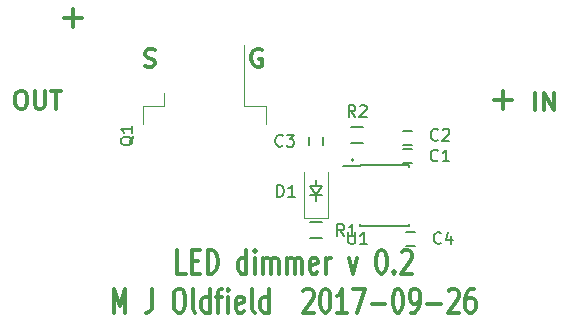
<source format=gto>
G04 #@! TF.FileFunction,Legend,Top*
%FSLAX46Y46*%
G04 Gerber Fmt 4.6, Leading zero omitted, Abs format (unit mm)*
G04 Created by KiCad (PCBNEW 4.0.7) date Tuesday, 26 September 2017 'PMt' 23:25:46*
%MOMM*%
%LPD*%
G01*
G04 APERTURE LIST*
%ADD10C,0.100000*%
%ADD11C,0.200000*%
%ADD12C,0.300000*%
%ADD13C,0.150000*%
%ADD14C,0.120000*%
G04 APERTURE END LIST*
D10*
D11*
X150425000Y-106350000D02*
G75*
G03X150425000Y-106350000I-100000J0D01*
G01*
X147250000Y-108525000D02*
X147250000Y-108000000D01*
X147225000Y-109275000D02*
X147225000Y-109775000D01*
X146775000Y-109275000D02*
X147725000Y-109275000D01*
X146775000Y-108575000D02*
X146800000Y-108550000D01*
X147250000Y-109275000D02*
X146775000Y-108575000D01*
X147725000Y-108550000D02*
X147250000Y-109275000D01*
X146750000Y-108525000D02*
X147725000Y-108550000D01*
D12*
X122150000Y-100478571D02*
X122435714Y-100478571D01*
X122578572Y-100550000D01*
X122721429Y-100692857D01*
X122792857Y-100978571D01*
X122792857Y-101478571D01*
X122721429Y-101764286D01*
X122578572Y-101907143D01*
X122435714Y-101978571D01*
X122150000Y-101978571D01*
X122007143Y-101907143D01*
X121864286Y-101764286D01*
X121792857Y-101478571D01*
X121792857Y-100978571D01*
X121864286Y-100692857D01*
X122007143Y-100550000D01*
X122150000Y-100478571D01*
X123435715Y-100478571D02*
X123435715Y-101692857D01*
X123507143Y-101835714D01*
X123578572Y-101907143D01*
X123721429Y-101978571D01*
X124007143Y-101978571D01*
X124150001Y-101907143D01*
X124221429Y-101835714D01*
X124292858Y-101692857D01*
X124292858Y-100478571D01*
X124792858Y-100478571D02*
X125650001Y-100478571D01*
X125221430Y-101978571D02*
X125221430Y-100478571D01*
X165814286Y-102128571D02*
X165814286Y-100628571D01*
X166528572Y-102128571D02*
X166528572Y-100628571D01*
X167385715Y-102128571D01*
X167385715Y-100628571D01*
X136221430Y-115954762D02*
X135507144Y-115954762D01*
X135507144Y-113954762D01*
X136721430Y-114907143D02*
X137221430Y-114907143D01*
X137435716Y-115954762D02*
X136721430Y-115954762D01*
X136721430Y-113954762D01*
X137435716Y-113954762D01*
X138078573Y-115954762D02*
X138078573Y-113954762D01*
X138435716Y-113954762D01*
X138650001Y-114050000D01*
X138792859Y-114240476D01*
X138864287Y-114430952D01*
X138935716Y-114811905D01*
X138935716Y-115097619D01*
X138864287Y-115478571D01*
X138792859Y-115669048D01*
X138650001Y-115859524D01*
X138435716Y-115954762D01*
X138078573Y-115954762D01*
X141364287Y-115954762D02*
X141364287Y-113954762D01*
X141364287Y-115859524D02*
X141221430Y-115954762D01*
X140935716Y-115954762D01*
X140792858Y-115859524D01*
X140721430Y-115764286D01*
X140650001Y-115573810D01*
X140650001Y-115002381D01*
X140721430Y-114811905D01*
X140792858Y-114716667D01*
X140935716Y-114621429D01*
X141221430Y-114621429D01*
X141364287Y-114716667D01*
X142078573Y-115954762D02*
X142078573Y-114621429D01*
X142078573Y-113954762D02*
X142007144Y-114050000D01*
X142078573Y-114145238D01*
X142150001Y-114050000D01*
X142078573Y-113954762D01*
X142078573Y-114145238D01*
X142792859Y-115954762D02*
X142792859Y-114621429D01*
X142792859Y-114811905D02*
X142864287Y-114716667D01*
X143007145Y-114621429D01*
X143221430Y-114621429D01*
X143364287Y-114716667D01*
X143435716Y-114907143D01*
X143435716Y-115954762D01*
X143435716Y-114907143D02*
X143507145Y-114716667D01*
X143650002Y-114621429D01*
X143864287Y-114621429D01*
X144007145Y-114716667D01*
X144078573Y-114907143D01*
X144078573Y-115954762D01*
X144792859Y-115954762D02*
X144792859Y-114621429D01*
X144792859Y-114811905D02*
X144864287Y-114716667D01*
X145007145Y-114621429D01*
X145221430Y-114621429D01*
X145364287Y-114716667D01*
X145435716Y-114907143D01*
X145435716Y-115954762D01*
X145435716Y-114907143D02*
X145507145Y-114716667D01*
X145650002Y-114621429D01*
X145864287Y-114621429D01*
X146007145Y-114716667D01*
X146078573Y-114907143D01*
X146078573Y-115954762D01*
X147364287Y-115859524D02*
X147221430Y-115954762D01*
X146935716Y-115954762D01*
X146792859Y-115859524D01*
X146721430Y-115669048D01*
X146721430Y-114907143D01*
X146792859Y-114716667D01*
X146935716Y-114621429D01*
X147221430Y-114621429D01*
X147364287Y-114716667D01*
X147435716Y-114907143D01*
X147435716Y-115097619D01*
X146721430Y-115288095D01*
X148078573Y-115954762D02*
X148078573Y-114621429D01*
X148078573Y-115002381D02*
X148150001Y-114811905D01*
X148221430Y-114716667D01*
X148364287Y-114621429D01*
X148507144Y-114621429D01*
X150007144Y-114621429D02*
X150364287Y-115954762D01*
X150721429Y-114621429D01*
X152721429Y-113954762D02*
X152864286Y-113954762D01*
X153007143Y-114050000D01*
X153078572Y-114145238D01*
X153150001Y-114335714D01*
X153221429Y-114716667D01*
X153221429Y-115192857D01*
X153150001Y-115573810D01*
X153078572Y-115764286D01*
X153007143Y-115859524D01*
X152864286Y-115954762D01*
X152721429Y-115954762D01*
X152578572Y-115859524D01*
X152507143Y-115764286D01*
X152435715Y-115573810D01*
X152364286Y-115192857D01*
X152364286Y-114716667D01*
X152435715Y-114335714D01*
X152507143Y-114145238D01*
X152578572Y-114050000D01*
X152721429Y-113954762D01*
X153864286Y-115764286D02*
X153935714Y-115859524D01*
X153864286Y-115954762D01*
X153792857Y-115859524D01*
X153864286Y-115764286D01*
X153864286Y-115954762D01*
X154507143Y-114145238D02*
X154578572Y-114050000D01*
X154721429Y-113954762D01*
X155078572Y-113954762D01*
X155221429Y-114050000D01*
X155292858Y-114145238D01*
X155364286Y-114335714D01*
X155364286Y-114526190D01*
X155292858Y-114811905D01*
X154435715Y-115954762D01*
X155364286Y-115954762D01*
X130114288Y-119254762D02*
X130114288Y-117254762D01*
X130614288Y-118683333D01*
X131114288Y-117254762D01*
X131114288Y-119254762D01*
X133400002Y-117254762D02*
X133400002Y-118683333D01*
X133328574Y-118969048D01*
X133185717Y-119159524D01*
X132971431Y-119254762D01*
X132828574Y-119254762D01*
X135542859Y-117254762D02*
X135828573Y-117254762D01*
X135971431Y-117350000D01*
X136114288Y-117540476D01*
X136185716Y-117921429D01*
X136185716Y-118588095D01*
X136114288Y-118969048D01*
X135971431Y-119159524D01*
X135828573Y-119254762D01*
X135542859Y-119254762D01*
X135400002Y-119159524D01*
X135257145Y-118969048D01*
X135185716Y-118588095D01*
X135185716Y-117921429D01*
X135257145Y-117540476D01*
X135400002Y-117350000D01*
X135542859Y-117254762D01*
X137042860Y-119254762D02*
X136900002Y-119159524D01*
X136828574Y-118969048D01*
X136828574Y-117254762D01*
X138257145Y-119254762D02*
X138257145Y-117254762D01*
X138257145Y-119159524D02*
X138114288Y-119254762D01*
X137828574Y-119254762D01*
X137685716Y-119159524D01*
X137614288Y-119064286D01*
X137542859Y-118873810D01*
X137542859Y-118302381D01*
X137614288Y-118111905D01*
X137685716Y-118016667D01*
X137828574Y-117921429D01*
X138114288Y-117921429D01*
X138257145Y-118016667D01*
X138757145Y-117921429D02*
X139328574Y-117921429D01*
X138971431Y-119254762D02*
X138971431Y-117540476D01*
X139042859Y-117350000D01*
X139185717Y-117254762D01*
X139328574Y-117254762D01*
X139828574Y-119254762D02*
X139828574Y-117921429D01*
X139828574Y-117254762D02*
X139757145Y-117350000D01*
X139828574Y-117445238D01*
X139900002Y-117350000D01*
X139828574Y-117254762D01*
X139828574Y-117445238D01*
X141114288Y-119159524D02*
X140971431Y-119254762D01*
X140685717Y-119254762D01*
X140542860Y-119159524D01*
X140471431Y-118969048D01*
X140471431Y-118207143D01*
X140542860Y-118016667D01*
X140685717Y-117921429D01*
X140971431Y-117921429D01*
X141114288Y-118016667D01*
X141185717Y-118207143D01*
X141185717Y-118397619D01*
X140471431Y-118588095D01*
X142042860Y-119254762D02*
X141900002Y-119159524D01*
X141828574Y-118969048D01*
X141828574Y-117254762D01*
X143257145Y-119254762D02*
X143257145Y-117254762D01*
X143257145Y-119159524D02*
X143114288Y-119254762D01*
X142828574Y-119254762D01*
X142685716Y-119159524D01*
X142614288Y-119064286D01*
X142542859Y-118873810D01*
X142542859Y-118302381D01*
X142614288Y-118111905D01*
X142685716Y-118016667D01*
X142828574Y-117921429D01*
X143114288Y-117921429D01*
X143257145Y-118016667D01*
X146185716Y-117445238D02*
X146257145Y-117350000D01*
X146400002Y-117254762D01*
X146757145Y-117254762D01*
X146900002Y-117350000D01*
X146971431Y-117445238D01*
X147042859Y-117635714D01*
X147042859Y-117826190D01*
X146971431Y-118111905D01*
X146114288Y-119254762D01*
X147042859Y-119254762D01*
X147971430Y-117254762D02*
X148114287Y-117254762D01*
X148257144Y-117350000D01*
X148328573Y-117445238D01*
X148400002Y-117635714D01*
X148471430Y-118016667D01*
X148471430Y-118492857D01*
X148400002Y-118873810D01*
X148328573Y-119064286D01*
X148257144Y-119159524D01*
X148114287Y-119254762D01*
X147971430Y-119254762D01*
X147828573Y-119159524D01*
X147757144Y-119064286D01*
X147685716Y-118873810D01*
X147614287Y-118492857D01*
X147614287Y-118016667D01*
X147685716Y-117635714D01*
X147757144Y-117445238D01*
X147828573Y-117350000D01*
X147971430Y-117254762D01*
X149900001Y-119254762D02*
X149042858Y-119254762D01*
X149471430Y-119254762D02*
X149471430Y-117254762D01*
X149328573Y-117540476D01*
X149185715Y-117730952D01*
X149042858Y-117826190D01*
X150400001Y-117254762D02*
X151400001Y-117254762D01*
X150757144Y-119254762D01*
X151971429Y-118492857D02*
X153114286Y-118492857D01*
X154114286Y-117254762D02*
X154257143Y-117254762D01*
X154400000Y-117350000D01*
X154471429Y-117445238D01*
X154542858Y-117635714D01*
X154614286Y-118016667D01*
X154614286Y-118492857D01*
X154542858Y-118873810D01*
X154471429Y-119064286D01*
X154400000Y-119159524D01*
X154257143Y-119254762D01*
X154114286Y-119254762D01*
X153971429Y-119159524D01*
X153900000Y-119064286D01*
X153828572Y-118873810D01*
X153757143Y-118492857D01*
X153757143Y-118016667D01*
X153828572Y-117635714D01*
X153900000Y-117445238D01*
X153971429Y-117350000D01*
X154114286Y-117254762D01*
X155328571Y-119254762D02*
X155614286Y-119254762D01*
X155757143Y-119159524D01*
X155828571Y-119064286D01*
X155971429Y-118778571D01*
X156042857Y-118397619D01*
X156042857Y-117635714D01*
X155971429Y-117445238D01*
X155900000Y-117350000D01*
X155757143Y-117254762D01*
X155471429Y-117254762D01*
X155328571Y-117350000D01*
X155257143Y-117445238D01*
X155185714Y-117635714D01*
X155185714Y-118111905D01*
X155257143Y-118302381D01*
X155328571Y-118397619D01*
X155471429Y-118492857D01*
X155757143Y-118492857D01*
X155900000Y-118397619D01*
X155971429Y-118302381D01*
X156042857Y-118111905D01*
X156685714Y-118492857D02*
X157828571Y-118492857D01*
X158471428Y-117445238D02*
X158542857Y-117350000D01*
X158685714Y-117254762D01*
X159042857Y-117254762D01*
X159185714Y-117350000D01*
X159257143Y-117445238D01*
X159328571Y-117635714D01*
X159328571Y-117826190D01*
X159257143Y-118111905D01*
X158400000Y-119254762D01*
X159328571Y-119254762D01*
X160614285Y-117254762D02*
X160328571Y-117254762D01*
X160185714Y-117350000D01*
X160114285Y-117445238D01*
X159971428Y-117730952D01*
X159899999Y-118111905D01*
X159899999Y-118873810D01*
X159971428Y-119064286D01*
X160042856Y-119159524D01*
X160185714Y-119254762D01*
X160471428Y-119254762D01*
X160614285Y-119159524D01*
X160685714Y-119064286D01*
X160757142Y-118873810D01*
X160757142Y-118397619D01*
X160685714Y-118207143D01*
X160614285Y-118111905D01*
X160471428Y-118016667D01*
X160185714Y-118016667D01*
X160042856Y-118111905D01*
X159971428Y-118207143D01*
X159899999Y-118397619D01*
X132771429Y-98407143D02*
X132985715Y-98478571D01*
X133342858Y-98478571D01*
X133485715Y-98407143D01*
X133557144Y-98335714D01*
X133628572Y-98192857D01*
X133628572Y-98050000D01*
X133557144Y-97907143D01*
X133485715Y-97835714D01*
X133342858Y-97764286D01*
X133057144Y-97692857D01*
X132914286Y-97621429D01*
X132842858Y-97550000D01*
X132771429Y-97407143D01*
X132771429Y-97264286D01*
X132842858Y-97121429D01*
X132914286Y-97050000D01*
X133057144Y-96978571D01*
X133414286Y-96978571D01*
X133628572Y-97050000D01*
X142642857Y-97000000D02*
X142500000Y-96928571D01*
X142285714Y-96928571D01*
X142071429Y-97000000D01*
X141928571Y-97142857D01*
X141857143Y-97285714D01*
X141785714Y-97571429D01*
X141785714Y-97785714D01*
X141857143Y-98071429D01*
X141928571Y-98214286D01*
X142071429Y-98357143D01*
X142285714Y-98428571D01*
X142428571Y-98428571D01*
X142642857Y-98357143D01*
X142714286Y-98285714D01*
X142714286Y-97785714D01*
X142428571Y-97785714D01*
X125938095Y-94342857D02*
X127461905Y-94342857D01*
X126700000Y-95104762D02*
X126700000Y-93580952D01*
X162288095Y-101292857D02*
X163811905Y-101292857D01*
X163050000Y-102054762D02*
X163050000Y-100530952D01*
D13*
X155350000Y-106600000D02*
X154650000Y-106600000D01*
X154650000Y-105400000D02*
X155350000Y-105400000D01*
X147850000Y-104400000D02*
X147850000Y-105100000D01*
X146650000Y-105100000D02*
X146650000Y-104400000D01*
X155350000Y-105100000D02*
X154650000Y-105100000D01*
X154650000Y-103900000D02*
X155350000Y-103900000D01*
X155600000Y-113600000D02*
X154900000Y-113600000D01*
X154900000Y-112400000D02*
X155600000Y-112400000D01*
D14*
X146250000Y-111250000D02*
X148250000Y-111250000D01*
X148250000Y-111250000D02*
X148250000Y-107350000D01*
X146250000Y-111250000D02*
X146250000Y-107350000D01*
X142975000Y-103250000D02*
X142975000Y-101750000D01*
X142975000Y-101750000D02*
X141165000Y-101750000D01*
X141165000Y-101750000D02*
X141165000Y-96625000D01*
X132575000Y-103250000D02*
X132575000Y-101750000D01*
X132575000Y-101750000D02*
X134385000Y-101750000D01*
X134385000Y-101750000D02*
X134385000Y-100650000D01*
D13*
X147750000Y-112925000D02*
X146750000Y-112925000D01*
X146750000Y-111575000D02*
X147750000Y-111575000D01*
X150250000Y-103575000D02*
X151250000Y-103575000D01*
X151250000Y-104925000D02*
X150250000Y-104925000D01*
X150975000Y-106770000D02*
X150975000Y-106820000D01*
X155125000Y-106770000D02*
X155125000Y-106915000D01*
X155125000Y-111920000D02*
X155125000Y-111775000D01*
X150975000Y-111920000D02*
X150975000Y-111775000D01*
X150975000Y-106770000D02*
X155125000Y-106770000D01*
X150975000Y-111920000D02*
X155125000Y-111920000D01*
X150975000Y-106820000D02*
X149575000Y-106820000D01*
X157583334Y-106357143D02*
X157535715Y-106404762D01*
X157392858Y-106452381D01*
X157297620Y-106452381D01*
X157154762Y-106404762D01*
X157059524Y-106309524D01*
X157011905Y-106214286D01*
X156964286Y-106023810D01*
X156964286Y-105880952D01*
X157011905Y-105690476D01*
X157059524Y-105595238D01*
X157154762Y-105500000D01*
X157297620Y-105452381D01*
X157392858Y-105452381D01*
X157535715Y-105500000D01*
X157583334Y-105547619D01*
X158535715Y-106452381D02*
X157964286Y-106452381D01*
X158250000Y-106452381D02*
X158250000Y-105452381D01*
X158154762Y-105595238D01*
X158059524Y-105690476D01*
X157964286Y-105738095D01*
X144433334Y-105107143D02*
X144385715Y-105154762D01*
X144242858Y-105202381D01*
X144147620Y-105202381D01*
X144004762Y-105154762D01*
X143909524Y-105059524D01*
X143861905Y-104964286D01*
X143814286Y-104773810D01*
X143814286Y-104630952D01*
X143861905Y-104440476D01*
X143909524Y-104345238D01*
X144004762Y-104250000D01*
X144147620Y-104202381D01*
X144242858Y-104202381D01*
X144385715Y-104250000D01*
X144433334Y-104297619D01*
X144766667Y-104202381D02*
X145385715Y-104202381D01*
X145052381Y-104583333D01*
X145195239Y-104583333D01*
X145290477Y-104630952D01*
X145338096Y-104678571D01*
X145385715Y-104773810D01*
X145385715Y-105011905D01*
X145338096Y-105107143D01*
X145290477Y-105154762D01*
X145195239Y-105202381D01*
X144909524Y-105202381D01*
X144814286Y-105154762D01*
X144766667Y-105107143D01*
X157583334Y-104607143D02*
X157535715Y-104654762D01*
X157392858Y-104702381D01*
X157297620Y-104702381D01*
X157154762Y-104654762D01*
X157059524Y-104559524D01*
X157011905Y-104464286D01*
X156964286Y-104273810D01*
X156964286Y-104130952D01*
X157011905Y-103940476D01*
X157059524Y-103845238D01*
X157154762Y-103750000D01*
X157297620Y-103702381D01*
X157392858Y-103702381D01*
X157535715Y-103750000D01*
X157583334Y-103797619D01*
X157964286Y-103797619D02*
X158011905Y-103750000D01*
X158107143Y-103702381D01*
X158345239Y-103702381D01*
X158440477Y-103750000D01*
X158488096Y-103797619D01*
X158535715Y-103892857D01*
X158535715Y-103988095D01*
X158488096Y-104130952D01*
X157916667Y-104702381D01*
X158535715Y-104702381D01*
X157833334Y-113357143D02*
X157785715Y-113404762D01*
X157642858Y-113452381D01*
X157547620Y-113452381D01*
X157404762Y-113404762D01*
X157309524Y-113309524D01*
X157261905Y-113214286D01*
X157214286Y-113023810D01*
X157214286Y-112880952D01*
X157261905Y-112690476D01*
X157309524Y-112595238D01*
X157404762Y-112500000D01*
X157547620Y-112452381D01*
X157642858Y-112452381D01*
X157785715Y-112500000D01*
X157833334Y-112547619D01*
X158690477Y-112785714D02*
X158690477Y-113452381D01*
X158452381Y-112404762D02*
X158214286Y-113119048D01*
X158833334Y-113119048D01*
X143961905Y-109452381D02*
X143961905Y-108452381D01*
X144200000Y-108452381D01*
X144342858Y-108500000D01*
X144438096Y-108595238D01*
X144485715Y-108690476D01*
X144533334Y-108880952D01*
X144533334Y-109023810D01*
X144485715Y-109214286D01*
X144438096Y-109309524D01*
X144342858Y-109404762D01*
X144200000Y-109452381D01*
X143961905Y-109452381D01*
X145485715Y-109452381D02*
X144914286Y-109452381D01*
X145200000Y-109452381D02*
X145200000Y-108452381D01*
X145104762Y-108595238D01*
X145009524Y-108690476D01*
X144914286Y-108738095D01*
X131797619Y-104345238D02*
X131750000Y-104440476D01*
X131654762Y-104535714D01*
X131511905Y-104678571D01*
X131464286Y-104773810D01*
X131464286Y-104869048D01*
X131702381Y-104821429D02*
X131654762Y-104916667D01*
X131559524Y-105011905D01*
X131369048Y-105059524D01*
X131035714Y-105059524D01*
X130845238Y-105011905D01*
X130750000Y-104916667D01*
X130702381Y-104821429D01*
X130702381Y-104630952D01*
X130750000Y-104535714D01*
X130845238Y-104440476D01*
X131035714Y-104392857D01*
X131369048Y-104392857D01*
X131559524Y-104440476D01*
X131654762Y-104535714D01*
X131702381Y-104630952D01*
X131702381Y-104821429D01*
X131702381Y-103440476D02*
X131702381Y-104011905D01*
X131702381Y-103726191D02*
X130702381Y-103726191D01*
X130845238Y-103821429D01*
X130940476Y-103916667D01*
X130988095Y-104011905D01*
X149633334Y-112752381D02*
X149300000Y-112276190D01*
X149061905Y-112752381D02*
X149061905Y-111752381D01*
X149442858Y-111752381D01*
X149538096Y-111800000D01*
X149585715Y-111847619D01*
X149633334Y-111942857D01*
X149633334Y-112085714D01*
X149585715Y-112180952D01*
X149538096Y-112228571D01*
X149442858Y-112276190D01*
X149061905Y-112276190D01*
X150585715Y-112752381D02*
X150014286Y-112752381D01*
X150300000Y-112752381D02*
X150300000Y-111752381D01*
X150204762Y-111895238D01*
X150109524Y-111990476D01*
X150014286Y-112038095D01*
X150583334Y-102702381D02*
X150250000Y-102226190D01*
X150011905Y-102702381D02*
X150011905Y-101702381D01*
X150392858Y-101702381D01*
X150488096Y-101750000D01*
X150535715Y-101797619D01*
X150583334Y-101892857D01*
X150583334Y-102035714D01*
X150535715Y-102130952D01*
X150488096Y-102178571D01*
X150392858Y-102226190D01*
X150011905Y-102226190D01*
X150964286Y-101797619D02*
X151011905Y-101750000D01*
X151107143Y-101702381D01*
X151345239Y-101702381D01*
X151440477Y-101750000D01*
X151488096Y-101797619D01*
X151535715Y-101892857D01*
X151535715Y-101988095D01*
X151488096Y-102130952D01*
X150916667Y-102702381D01*
X151535715Y-102702381D01*
X149988095Y-112452381D02*
X149988095Y-113261905D01*
X150035714Y-113357143D01*
X150083333Y-113404762D01*
X150178571Y-113452381D01*
X150369048Y-113452381D01*
X150464286Y-113404762D01*
X150511905Y-113357143D01*
X150559524Y-113261905D01*
X150559524Y-112452381D01*
X151559524Y-113452381D02*
X150988095Y-113452381D01*
X151273809Y-113452381D02*
X151273809Y-112452381D01*
X151178571Y-112595238D01*
X151083333Y-112690476D01*
X150988095Y-112738095D01*
M02*

</source>
